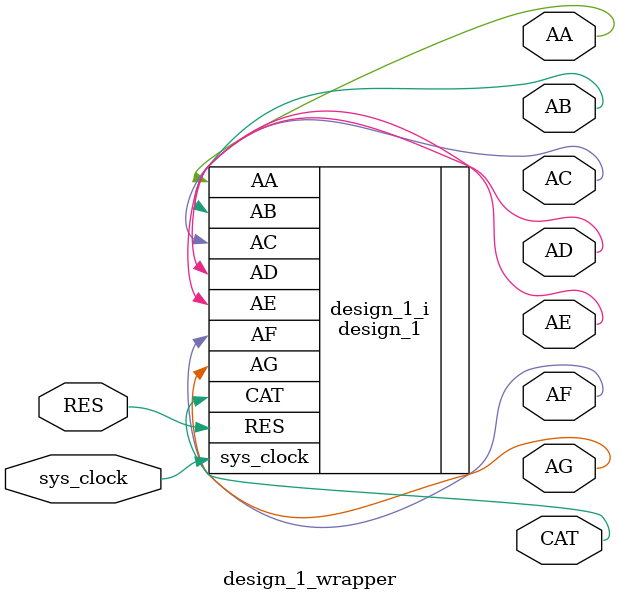
<source format=v>
`timescale 1 ps / 1 ps

module design_1_wrapper
   (AA,
    AB,
    AC,
    AD,
    AE,
    AF,
    AG,
    CAT,
    RES,
    sys_clock);
  output AA;
  output AB;
  output AC;
  output AD;
  output AE;
  output AF;
  output AG;
  output CAT;
  input RES;
  input sys_clock;

  wire AA;
  wire AB;
  wire AC;
  wire AD;
  wire AE;
  wire AF;
  wire AG;
  wire CAT;
  wire RES;
  wire sys_clock;

  design_1 design_1_i
       (.AA(AA),
        .AB(AB),
        .AC(AC),
        .AD(AD),
        .AE(AE),
        .AF(AF),
        .AG(AG),
        .CAT(CAT),
        .RES(RES),
        .sys_clock(sys_clock));
endmodule

</source>
